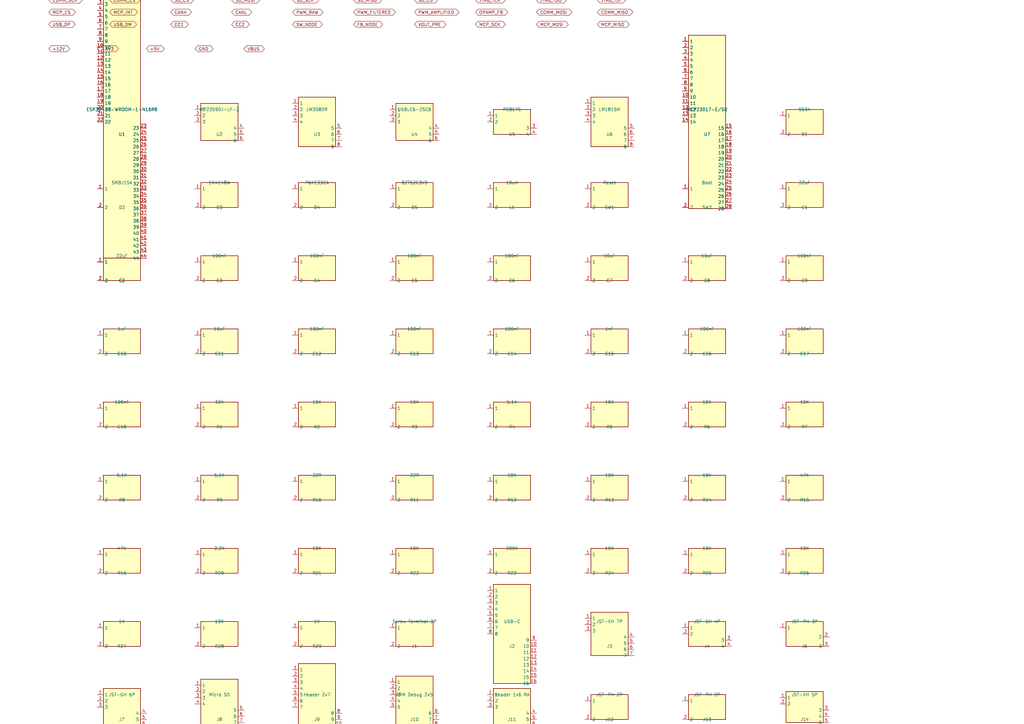
<source format=kicad_sch>
(kicad_sch (version 20231120) (generator "custom_generator")
  (paper "A3")
  (lib_symbols
    (symbol "ESP32-S3-WROOM-1-N16R8_U1"
      (property "Reference" "U" (at 0 58.42 0))
      (property "Value" "ESP32-S3-WROOM-1-N16R8" (at 0 -58.42 0))
      (symbol "ESP32-S3-WROOM-1-N16R8_U1_1_1"
        (pin passive line (at -10.16 53.34 0) (length 2.54) (name "1") (number "1"))
        (pin passive line (at -10.16 50.80 0) (length 2.54) (name "2") (number "2"))
        (pin passive line (at -10.16 48.26 0) (length 2.54) (name "3") (number "3"))
        (pin passive line (at -10.16 45.72 0) (length 2.54) (name "4") (number "4"))
        (pin passive line (at -10.16 43.18 0) (length 2.54) (name "5") (number "5"))
        (pin passive line (at -10.16 40.64 0) (length 2.54) (name "6") (number "6"))
        (pin passive line (at -10.16 38.10 0) (length 2.54) (name "7") (number "7"))
        (pin passive line (at -10.16 35.56 0) (length 2.54) (name "8") (number "8"))
        (pin passive line (at -10.16 33.02 0) (length 2.54) (name "9") (number "9"))
        (pin passive line (at -10.16 30.48 0) (length 2.54) (name "10") (number "10"))
        (pin passive line (at -10.16 27.94 0) (length 2.54) (name "11") (number "11"))
        (pin passive line (at -10.16 25.40 0) (length 2.54) (name "12") (number "12"))
        (pin passive line (at -10.16 22.86 0) (length 2.54) (name "13") (number "13"))
        (pin passive line (at -10.16 20.32 0) (length 2.54) (name "14") (number "14"))
        (pin passive line (at -10.16 17.78 0) (length 2.54) (name "15") (number "15"))
        (pin passive line (at -10.16 15.24 0) (length 2.54) (name "16") (number "16"))
        (pin passive line (at -10.16 12.70 0) (length 2.54) (name "17") (number "17"))
        (pin passive line (at -10.16 10.16 0) (length 2.54) (name "18") (number "18"))
        (pin passive line (at -10.16 7.62 0) (length 2.54) (name "19") (number "19"))
        (pin passive line (at -10.16 5.08 0) (length 2.54) (name "20") (number "20"))
        (pin passive line (at -10.16 2.54 0) (length 2.54) (name "21") (number "21"))
        (pin passive line (at -10.16 0.00 0) (length 2.54) (name "22") (number "22"))
        (pin passive line (at 10.16 -2.54 180) (length 2.54) (name "23") (number "23"))
        (pin passive line (at 10.16 -5.08 180) (length 2.54) (name "24") (number "24"))
        (pin passive line (at 10.16 -7.62 180) (length 2.54) (name "25") (number "25"))
        (pin passive line (at 10.16 -10.16 180) (length 2.54) (name "26") (number "26"))
        (pin passive line (at 10.16 -12.70 180) (length 2.54) (name "27") (number "27"))
        (pin passive line (at 10.16 -15.24 180) (length 2.54) (name "28") (number "28"))
        (pin passive line (at 10.16 -17.78 180) (length 2.54) (name "29") (number "29"))
        (pin passive line (at 10.16 -20.32 180) (length 2.54) (name "30") (number "30"))
        (pin passive line (at 10.16 -22.86 180) (length 2.54) (name "31") (number "31"))
        (pin passive line (at 10.16 -25.40 180) (length 2.54) (name "32") (number "32"))
        (pin passive line (at 10.16 -27.94 180) (length 2.54) (name "33") (number "33"))
        (pin passive line (at 10.16 -30.48 180) (length 2.54) (name "34") (number "34"))
        (pin passive line (at 10.16 -33.02 180) (length 2.54) (name "35") (number "35"))
        (pin passive line (at 10.16 -35.56 180) (length 2.54) (name "36") (number "36"))
        (pin passive line (at 10.16 -38.10 180) (length 2.54) (name "37") (number "37"))
        (pin passive line (at 10.16 -40.64 180) (length 2.54) (name "38") (number "38"))
        (pin passive line (at 10.16 -43.18 180) (length 2.54) (name "39") (number "39"))
        (pin passive line (at 10.16 -45.72 180) (length 2.54) (name "40") (number "40"))
        (pin passive line (at 10.16 -48.26 180) (length 2.54) (name "41") (number "41"))
        (pin passive line (at 10.16 -50.80 180) (length 2.54) (name "42") (number "42"))
        (pin passive line (at 10.16 -53.34 180) (length 2.54) (name "43") (number "43"))
        (pin passive line (at 10.16 -55.88 180) (length 2.54) (name "44") (number "44"))
      )
    )
    (symbol "MP2359DJ-LF-Z_U2"
      (property "Reference" "U" (at 0 10.16 0))
      (property "Value" "MP2359DJ-LF-Z" (at 0 -10.16 0))
      (symbol "MP2359DJ-LF-Z_U2_1_1"
        (pin passive line (at -10.16 5.08 0) (length 2.54) (name "1") (number "1"))
        (pin passive line (at -10.16 2.54 0) (length 2.54) (name "2") (number "2"))
        (pin passive line (at -10.16 0.00 0) (length 2.54) (name "3") (number "3"))
        (pin passive line (at 10.16 -2.54 180) (length 2.54) (name "4") (number "4"))
        (pin passive line (at 10.16 -5.08 180) (length 2.54) (name "5") (number "5"))
        (pin passive line (at 10.16 -7.62 180) (length 2.54) (name "6") (number "6"))
      )
    )
    (symbol "LM358DR_U3"
      (property "Reference" "U" (at 0 12.7 0))
      (property "Value" "LM358DR" (at 0 -12.7 0))
      (symbol "LM358DR_U3_1_1"
        (pin passive line (at -10.16 7.62 0) (length 2.54) (name "1") (number "1"))
        (pin passive line (at -10.16 5.08 0) (length 2.54) (name "2") (number "2"))
        (pin passive line (at -10.16 2.54 0) (length 2.54) (name "3") (number "3"))
        (pin passive line (at -10.16 0.00 0) (length 2.54) (name "4") (number "4"))
        (pin passive line (at 10.16 -2.54 180) (length 2.54) (name "5") (number "5"))
        (pin passive line (at 10.16 -5.08 180) (length 2.54) (name "6") (number "6"))
        (pin passive line (at 10.16 -7.62 180) (length 2.54) (name "7") (number "7"))
        (pin passive line (at 10.16 -10.16 180) (length 2.54) (name "8") (number "8"))
      )
    )
    (symbol "USBLC6-2SC6_U4"
      (property "Reference" "U" (at 0 10.16 0))
      (property "Value" "USBLC6-2SC6" (at 0 -10.16 0))
      (symbol "USBLC6-2SC6_U4_1_1"
        (pin passive line (at -10.16 5.08 0) (length 2.54) (name "1") (number "1"))
        (pin passive line (at -10.16 2.54 0) (length 2.54) (name "2") (number "2"))
        (pin passive line (at -10.16 0.00 0) (length 2.54) (name "3") (number "3"))
        (pin passive line (at 10.16 -2.54 180) (length 2.54) (name "4") (number "4"))
        (pin passive line (at 10.16 -5.08 180) (length 2.54) (name "5") (number "5"))
        (pin passive line (at 10.16 -7.62 180) (length 2.54) (name "6") (number "6"))
      )
    )
    (symbol "PC817C_U5"
      (property "Reference" "U" (at 0 7.62 0))
      (property "Value" "PC817C" (at 0 -7.62 0))
      (symbol "PC817C_U5_1_1"
        (pin passive line (at -10.16 2.54 0) (length 2.54) (name "1") (number "1"))
        (pin passive line (at -10.16 0.00 0) (length 2.54) (name "2") (number "2"))
        (pin passive line (at 10.16 -2.54 180) (length 2.54) (name "3") (number "3"))
        (pin passive line (at 10.16 -5.08 180) (length 2.54) (name "4") (number "4"))
      )
    )
    (symbol "LM1815M_U6"
      (property "Reference" "U" (at 0 12.7 0))
      (property "Value" "LM1815M" (at 0 -12.7 0))
      (symbol "LM1815M_U6_1_1"
        (pin passive line (at -10.16 7.62 0) (length 2.54) (name "1") (number "1"))
        (pin passive line (at -10.16 5.08 0) (length 2.54) (name "2") (number "2"))
        (pin passive line (at -10.16 2.54 0) (length 2.54) (name "3") (number "3"))
        (pin passive line (at -10.16 0.00 0) (length 2.54) (name "4") (number "4"))
        (pin passive line (at 10.16 -2.54 180) (length 2.54) (name "5") (number "5"))
        (pin passive line (at 10.16 -5.08 180) (length 2.54) (name "6") (number "6"))
        (pin passive line (at 10.16 -7.62 180) (length 2.54) (name "7") (number "7"))
        (pin passive line (at 10.16 -10.16 180) (length 2.54) (name "8") (number "8"))
      )
    )
    (symbol "MCP23017-E_SO_U7"
      (property "Reference" "U" (at 0 38.1 0))
      (property "Value" "MCP23017-E/SO" (at 0 -38.1 0))
      (symbol "MCP23017-E_SO_U7_1_1"
        (pin passive line (at -10.16 33.02 0) (length 2.54) (name "1") (number "1"))
        (pin passive line (at -10.16 30.48 0) (length 2.54) (name "2") (number "2"))
        (pin passive line (at -10.16 27.94 0) (length 2.54) (name "3") (number "3"))
        (pin passive line (at -10.16 25.40 0) (length 2.54) (name "4") (number "4"))
        (pin passive line (at -10.16 22.86 0) (length 2.54) (name "5") (number "5"))
        (pin passive line (at -10.16 20.32 0) (length 2.54) (name "6") (number "6"))
        (pin passive line (at -10.16 17.78 0) (length 2.54) (name "7") (number "7"))
        (pin passive line (at -10.16 15.24 0) (length 2.54) (name "8") (number "8"))
        (pin passive line (at -10.16 12.70 0) (length 2.54) (name "9") (number "9"))
        (pin passive line (at -10.16 10.16 0) (length 2.54) (name "10") (number "10"))
        (pin passive line (at -10.16 7.62 0) (length 2.54) (name "11") (number "11"))
        (pin passive line (at -10.16 5.08 0) (length 2.54) (name "12") (number "12"))
        (pin passive line (at -10.16 2.54 0) (length 2.54) (name "13") (number "13"))
        (pin passive line (at -10.16 0.00 0) (length 2.54) (name "14") (number "14"))
        (pin passive line (at 10.16 -2.54 180) (length 2.54) (name "15") (number "15"))
        (pin passive line (at 10.16 -5.08 180) (length 2.54) (name "16") (number "16"))
        (pin passive line (at 10.16 -7.62 180) (length 2.54) (name "17") (number "17"))
        (pin passive line (at 10.16 -10.16 180) (length 2.54) (name "18") (number "18"))
        (pin passive line (at 10.16 -12.70 180) (length 2.54) (name "19") (number "19"))
        (pin passive line (at 10.16 -15.24 180) (length 2.54) (name "20") (number "20"))
        (pin passive line (at 10.16 -17.78 180) (length 2.54) (name "21") (number "21"))
        (pin passive line (at 10.16 -20.32 180) (length 2.54) (name "22") (number "22"))
        (pin passive line (at 10.16 -22.86 180) (length 2.54) (name "23") (number "23"))
        (pin passive line (at 10.16 -25.40 180) (length 2.54) (name "24") (number "24"))
        (pin passive line (at 10.16 -27.94 180) (length 2.54) (name "25") (number "25"))
        (pin passive line (at 10.16 -30.48 180) (length 2.54) (name "26") (number "26"))
        (pin passive line (at 10.16 -33.02 180) (length 2.54) (name "27") (number "27"))
        (pin passive line (at 10.16 -35.56 180) (length 2.54) (name "28") (number "28"))
      )
    )
    (symbol "SS34_D1"
      (property "Reference" "D" (at 0 7.62 0))
      (property "Value" "SS34" (at 0 -7.62 0))
      (symbol "SS34_D1_1_1"
        (pin passive line (at -10.16 2.54 0) (length 2.54) (name "1") (number "1"))
        (pin passive line (at -10.16 -5.08 0) (length 2.54) (name "2") (number "2"))
      )
    )
    (symbol "SMBJ15A_D2"
      (property "Reference" "D" (at 0 7.62 0))
      (property "Value" "SMBJ15A" (at 0 -7.62 0))
      (symbol "SMBJ15A_D2_1_1"
        (pin passive line (at -10.16 2.54 0) (length 2.54) (name "1") (number "1"))
        (pin passive line (at -10.16 -5.08 0) (length 2.54) (name "2") (number "2"))
      )
    )
    (symbol "1N4148W_D3"
      (property "Reference" "D" (at 0 7.62 0))
      (property "Value" "1N4148W" (at 0 -7.62 0))
      (symbol "1N4148W_D3_1_1"
        (pin passive line (at -10.16 2.54 0) (length 2.54) (name "1") (number "1"))
        (pin passive line (at -10.16 -5.08 0) (length 2.54) (name "2") (number "2"))
      )
    )
    (symbol "P6KE33CA_D4"
      (property "Reference" "D" (at 0 7.62 0))
      (property "Value" "P6KE33CA" (at 0 -7.62 0))
      (symbol "P6KE33CA_D4_1_1"
        (pin passive line (at -10.16 2.54 0) (length 2.54) (name "1") (number "1"))
        (pin passive line (at -10.16 -5.08 0) (length 2.54) (name "2") (number "2"))
      )
    )
    (symbol "BZT52C3V3_D5"
      (property "Reference" "D" (at 0 7.62 0))
      (property "Value" "BZT52C3V3" (at 0 -7.62 0))
      (symbol "BZT52C3V3_D5_1_1"
        (pin passive line (at -10.16 2.54 0) (length 2.54) (name "1") (number "1"))
        (pin passive line (at -10.16 -5.08 0) (length 2.54) (name "2") (number "2"))
      )
    )
    (symbol "10uH_L1"
      (property "Reference" "L" (at 0 7.62 0))
      (property "Value" "10uH" (at 0 -7.62 0))
      (symbol "10uH_L1_1_1"
        (pin passive line (at -10.16 2.54 0) (length 2.54) (name "1") (number "1"))
        (pin passive line (at -10.16 -5.08 0) (length 2.54) (name "2") (number "2"))
      )
    )
    (symbol "Reset_SW1"
      (property "Reference" "SW" (at 0 7.62 0))
      (property "Value" "Reset" (at 0 -7.62 0))
      (symbol "Reset_SW1_1_1"
        (pin passive line (at -10.16 2.54 0) (length 2.54) (name "1") (number "1"))
        (pin passive line (at -10.16 -5.08 0) (length 2.54) (name "2") (number "2"))
      )
    )
    (symbol "Boot_SW2"
      (property "Reference" "SW" (at 0 7.62 0))
      (property "Value" "Boot" (at 0 -7.62 0))
      (symbol "Boot_SW2_1_1"
        (pin passive line (at -10.16 2.54 0) (length 2.54) (name "1") (number "1"))
        (pin passive line (at -10.16 -5.08 0) (length 2.54) (name "2") (number "2"))
      )
    )
    (symbol "22uF_C1"
      (property "Reference" "C" (at 0 7.62 0))
      (property "Value" "22uF" (at 0 -7.62 0))
      (symbol "22uF_C1_1_1"
        (pin passive line (at -10.16 2.54 0) (length 2.54) (name "1") (number "1"))
        (pin passive line (at -10.16 -5.08 0) (length 2.54) (name "2") (number "2"))
      )
    )
    (symbol "22uF_C2"
      (property "Reference" "C" (at 0 7.62 0))
      (property "Value" "22uF" (at 0 -7.62 0))
      (symbol "22uF_C2_1_1"
        (pin passive line (at -10.16 2.54 0) (length 2.54) (name "1") (number "1"))
        (pin passive line (at -10.16 -5.08 0) (length 2.54) (name "2") (number "2"))
      )
    )
    (symbol "100nF_C3"
      (property "Reference" "C" (at 0 7.62 0))
      (property "Value" "100nF" (at 0 -7.62 0))
      (symbol "100nF_C3_1_1"
        (pin passive line (at -10.16 2.54 0) (length 2.54) (name "1") (number "1"))
        (pin passive line (at -10.16 -5.08 0) (length 2.54) (name "2") (number "2"))
      )
    )
    (symbol "100nF_C4"
      (property "Reference" "C" (at 0 7.62 0))
      (property "Value" "100nF" (at 0 -7.62 0))
      (symbol "100nF_C4_1_1"
        (pin passive line (at -10.16 2.54 0) (length 2.54) (name "1") (number "1"))
        (pin passive line (at -10.16 -5.08 0) (length 2.54) (name "2") (number "2"))
      )
    )
    (symbol "100nF_C5"
      (property "Reference" "C" (at 0 7.62 0))
      (property "Value" "100nF" (at 0 -7.62 0))
      (symbol "100nF_C5_1_1"
        (pin passive line (at -10.16 2.54 0) (length 2.54) (name "1") (number "1"))
        (pin passive line (at -10.16 -5.08 0) (length 2.54) (name "2") (number "2"))
      )
    )
    (symbol "100nF_C6"
      (property "Reference" "C" (at 0 7.62 0))
      (property "Value" "100nF" (at 0 -7.62 0))
      (symbol "100nF_C6_1_1"
        (pin passive line (at -10.16 2.54 0) (length 2.54) (name "1") (number "1"))
        (pin passive line (at -10.16 -5.08 0) (length 2.54) (name "2") (number "2"))
      )
    )
    (symbol "10uF_C7"
      (property "Reference" "C" (at 0 7.62 0))
      (property "Value" "10uF" (at 0 -7.62 0))
      (symbol "10uF_C7_1_1"
        (pin passive line (at -10.16 2.54 0) (length 2.54) (name "1") (number "1"))
        (pin passive line (at -10.16 -5.08 0) (length 2.54) (name "2") (number "2"))
      )
    )
    (symbol "10uF_C8"
      (property "Reference" "C" (at 0 7.62 0))
      (property "Value" "10uF" (at 0 -7.62 0))
      (symbol "10uF_C8_1_1"
        (pin passive line (at -10.16 2.54 0) (length 2.54) (name "1") (number "1"))
        (pin passive line (at -10.16 -5.08 0) (length 2.54) (name "2") (number "2"))
      )
    )
    (symbol "100nF_C9"
      (property "Reference" "C" (at 0 7.62 0))
      (property "Value" "100nF" (at 0 -7.62 0))
      (symbol "100nF_C9_1_1"
        (pin passive line (at -10.16 2.54 0) (length 2.54) (name "1") (number "1"))
        (pin passive line (at -10.16 -5.08 0) (length 2.54) (name "2") (number "2"))
      )
    )
    (symbol "1uF_C10"
      (property "Reference" "C" (at 0 7.62 0))
      (property "Value" "1uF" (at 0 -7.62 0))
      (symbol "1uF_C10_1_1"
        (pin passive line (at -10.16 2.54 0) (length 2.54) (name "1") (number "1"))
        (pin passive line (at -10.16 -5.08 0) (length 2.54) (name "2") (number "2"))
      )
    )
    (symbol "10uF_C11"
      (property "Reference" "C" (at 0 7.62 0))
      (property "Value" "10uF" (at 0 -7.62 0))
      (symbol "10uF_C11_1_1"
        (pin passive line (at -10.16 2.54 0) (length 2.54) (name "1") (number "1"))
        (pin passive line (at -10.16 -5.08 0) (length 2.54) (name "2") (number "2"))
      )
    )
    (symbol "100nF_C12"
      (property "Reference" "C" (at 0 7.62 0))
      (property "Value" "100nF" (at 0 -7.62 0))
      (symbol "100nF_C12_1_1"
        (pin passive line (at -10.16 2.54 0) (length 2.54) (name "1") (number "1"))
        (pin passive line (at -10.16 -5.08 0) (length 2.54) (name "2") (number "2"))
      )
    )
    (symbol "100nF_C13"
      (property "Reference" "C" (at 0 7.62 0))
      (property "Value" "100nF" (at 0 -7.62 0))
      (symbol "100nF_C13_1_1"
        (pin passive line (at -10.16 2.54 0) (length 2.54) (name "1") (number "1"))
        (pin passive line (at -10.16 -5.08 0) (length 2.54) (name "2") (number "2"))
      )
    )
    (symbol "100nF_C14"
      (property "Reference" "C" (at 0 7.62 0))
      (property "Value" "100nF" (at 0 -7.62 0))
      (symbol "100nF_C14_1_1"
        (pin passive line (at -10.16 2.54 0) (length 2.54) (name "1") (number "1"))
        (pin passive line (at -10.16 -5.08 0) (length 2.54) (name "2") (number "2"))
      )
    )
    (symbol "1nF_C15"
      (property "Reference" "C" (at 0 7.62 0))
      (property "Value" "1nF" (at 0 -7.62 0))
      (symbol "1nF_C15_1_1"
        (pin passive line (at -10.16 2.54 0) (length 2.54) (name "1") (number "1"))
        (pin passive line (at -10.16 -5.08 0) (length 2.54) (name "2") (number "2"))
      )
    )
    (symbol "100nF_C16"
      (property "Reference" "C" (at 0 7.62 0))
      (property "Value" "100nF" (at 0 -7.62 0))
      (symbol "100nF_C16_1_1"
        (pin passive line (at -10.16 2.54 0) (length 2.54) (name "1") (number "1"))
        (pin passive line (at -10.16 -5.08 0) (length 2.54) (name "2") (number "2"))
      )
    )
    (symbol "100nF_C17"
      (property "Reference" "C" (at 0 7.62 0))
      (property "Value" "100nF" (at 0 -7.62 0))
      (symbol "100nF_C17_1_1"
        (pin passive line (at -10.16 2.54 0) (length 2.54) (name "1") (number "1"))
        (pin passive line (at -10.16 -5.08 0) (length 2.54) (name "2") (number "2"))
      )
    )
    (symbol "100nF_C18"
      (property "Reference" "C" (at 0 7.62 0))
      (property "Value" "100nF" (at 0 -7.62 0))
      (symbol "100nF_C18_1_1"
        (pin passive line (at -10.16 2.54 0) (length 2.54) (name "1") (number "1"))
        (pin passive line (at -10.16 -5.08 0) (length 2.54) (name "2") (number "2"))
      )
    )
    (symbol "33K_R1"
      (property "Reference" "R" (at 0 7.62 0))
      (property "Value" "33K" (at 0 -7.62 0))
      (symbol "33K_R1_1_1"
        (pin passive line (at -10.16 2.54 0) (length 2.54) (name "1") (number "1"))
        (pin passive line (at -10.16 -5.08 0) (length 2.54) (name "2") (number "2"))
      )
    )
    (symbol "10K_R2"
      (property "Reference" "R" (at 0 7.62 0))
      (property "Value" "10K" (at 0 -7.62 0))
      (symbol "10K_R2_1_1"
        (pin passive line (at -10.16 2.54 0) (length 2.54) (name "1") (number "1"))
        (pin passive line (at -10.16 -5.08 0) (length 2.54) (name "2") (number "2"))
      )
    )
    (symbol "10K_R3"
      (property "Reference" "R" (at 0 7.62 0))
      (property "Value" "10K" (at 0 -7.62 0))
      (symbol "10K_R3_1_1"
        (pin passive line (at -10.16 2.54 0) (length 2.54) (name "1") (number "1"))
        (pin passive line (at -10.16 -5.08 0) (length 2.54) (name "2") (number "2"))
      )
    )
    (symbol "5.1K_R4"
      (property "Reference" "R" (at 0 7.62 0))
      (property "Value" "5.1K" (at 0 -7.62 0))
      (symbol "5.1K_R4_1_1"
        (pin passive line (at -10.16 2.54 0) (length 2.54) (name "1") (number "1"))
        (pin passive line (at -10.16 -5.08 0) (length 2.54) (name "2") (number "2"))
      )
    )
    (symbol "10K_R5"
      (property "Reference" "R" (at 0 7.62 0))
      (property "Value" "10K" (at 0 -7.62 0))
      (symbol "10K_R5_1_1"
        (pin passive line (at -10.16 2.54 0) (length 2.54) (name "1") (number "1"))
        (pin passive line (at -10.16 -5.08 0) (length 2.54) (name "2") (number "2"))
      )
    )
    (symbol "10K_R6"
      (property "Reference" "R" (at 0 7.62 0))
      (property "Value" "10K" (at 0 -7.62 0))
      (symbol "10K_R6_1_1"
        (pin passive line (at -10.16 2.54 0) (length 2.54) (name "1") (number "1"))
        (pin passive line (at -10.16 -5.08 0) (length 2.54) (name "2") (number "2"))
      )
    )
    (symbol "10K_R7"
      (property "Reference" "R" (at 0 7.62 0))
      (property "Value" "10K" (at 0 -7.62 0))
      (symbol "10K_R7_1_1"
        (pin passive line (at -10.16 2.54 0) (length 2.54) (name "1") (number "1"))
        (pin passive line (at -10.16 -5.08 0) (length 2.54) (name "2") (number "2"))
      )
    )
    (symbol "5.1K_R8"
      (property "Reference" "R" (at 0 7.62 0))
      (property "Value" "5.1K" (at 0 -7.62 0))
      (symbol "5.1K_R8_1_1"
        (pin passive line (at -10.16 2.54 0) (length 2.54) (name "1") (number "1"))
        (pin passive line (at -10.16 -5.08 0) (length 2.54) (name "2") (number "2"))
      )
    )
    (symbol "5.1K_R9"
      (property "Reference" "R" (at 0 7.62 0))
      (property "Value" "5.1K" (at 0 -7.62 0))
      (symbol "5.1K_R9_1_1"
        (pin passive line (at -10.16 2.54 0) (length 2.54) (name "1") (number "1"))
        (pin passive line (at -10.16 -5.08 0) (length 2.54) (name "2") (number "2"))
      )
    )
    (symbol "22R_R10"
      (property "Reference" "R" (at 0 7.62 0))
      (property "Value" "22R" (at 0 -7.62 0))
      (symbol "22R_R10_1_1"
        (pin passive line (at -10.16 2.54 0) (length 2.54) (name "1") (number "1"))
        (pin passive line (at -10.16 -5.08 0) (length 2.54) (name "2") (number "2"))
      )
    )
    (symbol "22R_R11"
      (property "Reference" "R" (at 0 7.62 0))
      (property "Value" "22R" (at 0 -7.62 0))
      (symbol "22R_R11_1_1"
        (pin passive line (at -10.16 2.54 0) (length 2.54) (name "1") (number "1"))
        (pin passive line (at -10.16 -5.08 0) (length 2.54) (name "2") (number "2"))
      )
    )
    (symbol "10K_R12"
      (property "Reference" "R" (at 0 7.62 0))
      (property "Value" "10K" (at 0 -7.62 0))
      (symbol "10K_R12_1_1"
        (pin passive line (at -10.16 2.54 0) (length 2.54) (name "1") (number "1"))
        (pin passive line (at -10.16 -5.08 0) (length 2.54) (name "2") (number "2"))
      )
    )
    (symbol "10K_R13"
      (property "Reference" "R" (at 0 7.62 0))
      (property "Value" "10K" (at 0 -7.62 0))
      (symbol "10K_R13_1_1"
        (pin passive line (at -10.16 2.54 0) (length 2.54) (name "1") (number "1"))
        (pin passive line (at -10.16 -5.08 0) (length 2.54) (name "2") (number "2"))
      )
    )
    (symbol "10K_R14"
      (property "Reference" "R" (at 0 7.62 0))
      (property "Value" "10K" (at 0 -7.62 0))
      (symbol "10K_R14_1_1"
        (pin passive line (at -10.16 2.54 0) (length 2.54) (name "1") (number "1"))
        (pin passive line (at -10.16 -5.08 0) (length 2.54) (name "2") (number "2"))
      )
    )
    (symbol "47K_R15"
      (property "Reference" "R" (at 0 7.62 0))
      (property "Value" "47K" (at 0 -7.62 0))
      (symbol "47K_R15_1_1"
        (pin passive line (at -10.16 2.54 0) (length 2.54) (name "1") (number "1"))
        (pin passive line (at -10.16 -5.08 0) (length 2.54) (name "2") (number "2"))
      )
    )
    (symbol "47K_R16"
      (property "Reference" "R" (at 0 7.62 0))
      (property "Value" "47K" (at 0 -7.62 0))
      (symbol "47K_R16_1_1"
        (pin passive line (at -10.16 2.54 0) (length 2.54) (name "1") (number "1"))
        (pin passive line (at -10.16 -5.08 0) (length 2.54) (name "2") (number "2"))
      )
    )
    (symbol "2.2K_R20"
      (property "Reference" "R" (at 0 7.62 0))
      (property "Value" "2.2K" (at 0 -7.62 0))
      (symbol "2.2K_R20_1_1"
        (pin passive line (at -10.16 2.54 0) (length 2.54) (name "1") (number "1"))
        (pin passive line (at -10.16 -5.08 0) (length 2.54) (name "2") (number "2"))
      )
    )
    (symbol "10K_R21"
      (property "Reference" "R" (at 0 7.62 0))
      (property "Value" "10K" (at 0 -7.62 0))
      (symbol "10K_R21_1_1"
        (pin passive line (at -10.16 2.54 0) (length 2.54) (name "1") (number "1"))
        (pin passive line (at -10.16 -5.08 0) (length 2.54) (name "2") (number "2"))
      )
    )
    (symbol "10K_R22"
      (property "Reference" "R" (at 0 7.62 0))
      (property "Value" "10K" (at 0 -7.62 0))
      (symbol "10K_R22_1_1"
        (pin passive line (at -10.16 2.54 0) (length 2.54) (name "1") (number "1"))
        (pin passive line (at -10.16 -5.08 0) (length 2.54) (name "2") (number "2"))
      )
    )
    (symbol "200K_R23"
      (property "Reference" "R" (at 0 7.62 0))
      (property "Value" "200K" (at 0 -7.62 0))
      (symbol "200K_R23_1_1"
        (pin passive line (at -10.16 2.54 0) (length 2.54) (name "1") (number "1"))
        (pin passive line (at -10.16 -5.08 0) (length 2.54) (name "2") (number "2"))
      )
    )
    (symbol "10K_R24"
      (property "Reference" "R" (at 0 7.62 0))
      (property "Value" "10K" (at 0 -7.62 0))
      (symbol "10K_R24_1_1"
        (pin passive line (at -10.16 2.54 0) (length 2.54) (name "1") (number "1"))
        (pin passive line (at -10.16 -5.08 0) (length 2.54) (name "2") (number "2"))
      )
    )
    (symbol "10K_R25"
      (property "Reference" "R" (at 0 7.62 0))
      (property "Value" "10K" (at 0 -7.62 0))
      (symbol "10K_R25_1_1"
        (pin passive line (at -10.16 2.54 0) (length 2.54) (name "1") (number "1"))
        (pin passive line (at -10.16 -5.08 0) (length 2.54) (name "2") (number "2"))
      )
    )
    (symbol "10K_R26"
      (property "Reference" "R" (at 0 7.62 0))
      (property "Value" "10K" (at 0 -7.62 0))
      (symbol "10K_R26_1_1"
        (pin passive line (at -10.16 2.54 0) (length 2.54) (name "1") (number "1"))
        (pin passive line (at -10.16 -5.08 0) (length 2.54) (name "2") (number "2"))
      )
    )
    (symbol "1K_R27"
      (property "Reference" "R" (at 0 7.62 0))
      (property "Value" "1K" (at 0 -7.62 0))
      (symbol "1K_R27_1_1"
        (pin passive line (at -10.16 2.54 0) (length 2.54) (name "1") (number "1"))
        (pin passive line (at -10.16 -5.08 0) (length 2.54) (name "2") (number "2"))
      )
    )
    (symbol "10K_R28"
      (property "Reference" "R" (at 0 7.62 0))
      (property "Value" "10K" (at 0 -7.62 0))
      (symbol "10K_R28_1_1"
        (pin passive line (at -10.16 2.54 0) (length 2.54) (name "1") (number "1"))
        (pin passive line (at -10.16 -5.08 0) (length 2.54) (name "2") (number "2"))
      )
    )
    (symbol "1K_R29"
      (property "Reference" "R" (at 0 7.62 0))
      (property "Value" "1K" (at 0 -7.62 0))
      (symbol "1K_R29_1_1"
        (pin passive line (at -10.16 2.54 0) (length 2.54) (name "1") (number "1"))
        (pin passive line (at -10.16 -5.08 0) (length 2.54) (name "2") (number "2"))
      )
    )
    (symbol "Screw_Terminal_2P_J1"
      (property "Reference" "J" (at 0 7.62 0))
      (property "Value" "Screw Terminal 2P" (at 0 -7.62 0))
      (symbol "Screw_Terminal_2P_J1_1_1"
        (pin passive line (at -10.16 2.54 0) (length 2.54) (name "1") (number "1"))
        (pin passive line (at -10.16 -5.08 0) (length 2.54) (name "2") (number "2"))
      )
    )
    (symbol "USB-C_J2"
      (property "Reference" "J" (at 0 22.86 0))
      (property "Value" "USB-C" (at 0 -22.86 0))
      (symbol "USB-C_J2_1_1"
        (pin passive line (at -10.16 17.78 0) (length 2.54) (name "1") (number "1"))
        (pin passive line (at -10.16 15.24 0) (length 2.54) (name "2") (number "2"))
        (pin passive line (at -10.16 12.70 0) (length 2.54) (name "3") (number "3"))
        (pin passive line (at -10.16 10.16 0) (length 2.54) (name "4") (number "4"))
        (pin passive line (at -10.16 7.62 0) (length 2.54) (name "5") (number "5"))
        (pin passive line (at -10.16 5.08 0) (length 2.54) (name "6") (number "6"))
        (pin passive line (at -10.16 2.54 0) (length 2.54) (name "7") (number "7"))
        (pin passive line (at -10.16 0.00 0) (length 2.54) (name "8") (number "8"))
        (pin passive line (at 10.16 -2.54 180) (length 2.54) (name "9") (number "9"))
        (pin passive line (at 10.16 -5.08 180) (length 2.54) (name "10") (number "10"))
        (pin passive line (at 10.16 -7.62 180) (length 2.54) (name "11") (number "11"))
        (pin passive line (at 10.16 -10.16 180) (length 2.54) (name "12") (number "12"))
        (pin passive line (at 10.16 -12.70 180) (length 2.54) (name "13") (number "13"))
        (pin passive line (at 10.16 -15.24 180) (length 2.54) (name "14") (number "14"))
        (pin passive line (at 10.16 -17.78 180) (length 2.54) (name "15") (number "15"))
        (pin passive line (at 10.16 -20.32 180) (length 2.54) (name "16") (number "16"))
      )
    )
    (symbol "JST-XH_7P_J3"
      (property "Reference" "J" (at 0 11.43 0))
      (property "Value" "JST-XH 7P" (at 0 -11.43 0))
      (symbol "JST-XH_7P_J3_1_1"
        (pin passive line (at -10.16 6.35 0) (length 2.54) (name "1") (number "1"))
        (pin passive line (at -10.16 3.81 0) (length 2.54) (name "2") (number "2"))
        (pin passive line (at -10.16 1.27 0) (length 2.54) (name "3") (number "3"))
        (pin passive line (at 10.16 -1.27 180) (length 2.54) (name "4") (number "4"))
        (pin passive line (at 10.16 -3.81 180) (length 2.54) (name "5") (number "5"))
        (pin passive line (at 10.16 -6.35 180) (length 2.54) (name "6") (number "6"))
        (pin passive line (at 10.16 -8.89 180) (length 2.54) (name "7") (number "7"))
      )
    )
    (symbol "JST-GH_4P_J4"
      (property "Reference" "J" (at 0 7.62 0))
      (property "Value" "JST-GH 4P" (at 0 -7.62 0))
      (symbol "JST-GH_4P_J4_1_1"
        (pin passive line (at -10.16 2.54 0) (length 2.54) (name "1") (number "1"))
        (pin passive line (at -10.16 0.00 0) (length 2.54) (name "2") (number "2"))
        (pin passive line (at 10.16 -2.54 180) (length 2.54) (name "3") (number "3"))
        (pin passive line (at 10.16 -5.08 180) (length 2.54) (name "4") (number "4"))
      )
    )
    (symbol "JST-PH_3P_J6"
      (property "Reference" "J" (at 0 7.62 0))
      (property "Value" "JST-PH 3P" (at 0 -7.62 0))
      (symbol "JST-PH_3P_J6_1_1"
        (pin passive line (at -10.16 2.54 0) (length 2.54) (name "1") (number "1"))
        (pin passive line (at 10.16 -1.27 180) (length 2.54) (name "2") (number "2"))
        (pin passive line (at 10.16 -5.08 180) (length 2.54) (name "3") (number "3"))
      )
    )
    (symbol "JST-GH_6P_J7"
      (property "Reference" "J" (at 0 10.16 0))
      (property "Value" "JST-GH 6P" (at 0 -10.16 0))
      (symbol "JST-GH_6P_J7_1_1"
        (pin passive line (at -10.16 5.08 0) (length 2.54) (name "1") (number "1"))
        (pin passive line (at -10.16 2.54 0) (length 2.54) (name "2") (number "2"))
        (pin passive line (at -10.16 0.00 0) (length 2.54) (name "3") (number "3"))
        (pin passive line (at 10.16 -2.54 180) (length 2.54) (name "4") (number "4"))
        (pin passive line (at 10.16 -5.08 180) (length 2.54) (name "5") (number "5"))
        (pin passive line (at 10.16 -7.62 180) (length 2.54) (name "6") (number "6"))
      )
    )
    (symbol "Micro_SD_J8"
      (property "Reference" "J" (at 0 13.969999999999999 0))
      (property "Value" "Micro SD" (at 0 -13.969999999999999 0))
      (symbol "Micro_SD_J8_1_1"
        (pin passive line (at -10.16 8.89 0) (length 2.54) (name "1") (number "1"))
        (pin passive line (at -10.16 6.35 0) (length 2.54) (name "2") (number "2"))
        (pin passive line (at -10.16 3.81 0) (length 2.54) (name "3") (number "3"))
        (pin passive line (at -10.16 1.27 0) (length 2.54) (name "4") (number "4"))
        (pin passive line (at 10.16 -1.27 180) (length 2.54) (name "5") (number "5"))
        (pin passive line (at 10.16 -3.81 180) (length 2.54) (name "6") (number "6"))
        (pin passive line (at 10.16 -6.35 180) (length 2.54) (name "7") (number "7"))
        (pin passive line (at 10.16 -8.89 180) (length 2.54) (name "8") (number "8"))
        (pin passive line (at 10.16 -11.43 180) (length 2.54) (name "9") (number "9"))
      )
    )
    (symbol "Header_2x7_J9"
      (property "Reference" "J" (at 0 20.32 0))
      (property "Value" "Header 2x7" (at 0 -20.32 0))
      (symbol "Header_2x7_J9_1_1"
        (pin passive line (at -10.16 15.24 0) (length 2.54) (name "1") (number "1"))
        (pin passive line (at -10.16 12.70 0) (length 2.54) (name "2") (number "2"))
        (pin passive line (at -10.16 10.16 0) (length 2.54) (name "3") (number "3"))
        (pin passive line (at -10.16 7.62 0) (length 2.54) (name "4") (number "4"))
        (pin passive line (at -10.16 5.08 0) (length 2.54) (name "5") (number "5"))
        (pin passive line (at -10.16 2.54 0) (length 2.54) (name "6") (number "6"))
        (pin passive line (at -10.16 0.00 0) (length 2.54) (name "7") (number "7"))
        (pin passive line (at 10.16 -2.54 180) (length 2.54) (name "8") (number "8"))
        (pin passive line (at 10.16 -5.08 180) (length 2.54) (name "9") (number "9"))
        (pin passive line (at 10.16 -7.62 180) (length 2.54) (name "10") (number "10"))
        (pin passive line (at 10.16 -10.16 180) (length 2.54) (name "11") (number "11"))
        (pin passive line (at 10.16 -12.70 180) (length 2.54) (name "12") (number "12"))
        (pin passive line (at 10.16 -15.24 180) (length 2.54) (name "13") (number "13"))
        (pin passive line (at 10.16 -17.78 180) (length 2.54) (name "14") (number "14"))
      )
    )
    (symbol "ARM_Debug_2x5_J10"
      (property "Reference" "J" (at 0 15.239999999999998 0))
      (property "Value" "ARM Debug 2x5" (at 0 -15.239999999999998 0))
      (symbol "ARM_Debug_2x5_J10_1_1"
        (pin passive line (at -10.16 10.16 0) (length 2.54) (name "1") (number "1"))
        (pin passive line (at -10.16 7.62 0) (length 2.54) (name "2") (number "2"))
        (pin passive line (at -10.16 5.08 0) (length 2.54) (name "3") (number "3"))
        (pin passive line (at -10.16 2.54 0) (length 2.54) (name "4") (number "4"))
        (pin passive line (at -10.16 0.00 0) (length 2.54) (name "5") (number "5"))
        (pin passive line (at 10.16 -2.54 180) (length 2.54) (name "6") (number "6"))
        (pin passive line (at 10.16 -5.08 180) (length 2.54) (name "7") (number "7"))
        (pin passive line (at 10.16 -7.62 180) (length 2.54) (name "8") (number "8"))
        (pin passive line (at 10.16 -10.16 180) (length 2.54) (name "9") (number "9"))
        (pin passive line (at 10.16 -12.70 180) (length 2.54) (name "10") (number "10"))
      )
    )
    (symbol "Header_1x6_RA_J11"
      (property "Reference" "J" (at 0 10.16 0))
      (property "Value" "Header 1x6 RA" (at 0 -10.16 0))
      (symbol "Header_1x6_RA_J11_1_1"
        (pin passive line (at -10.16 5.08 0) (length 2.54) (name "1") (number "1"))
        (pin passive line (at -10.16 2.54 0) (length 2.54) (name "2") (number "2"))
        (pin passive line (at -10.16 0.00 0) (length 2.54) (name "3") (number "3"))
        (pin passive line (at 10.16 -2.54 180) (length 2.54) (name "4") (number "4"))
        (pin passive line (at 10.16 -5.08 180) (length 2.54) (name "5") (number "5"))
        (pin passive line (at 10.16 -7.62 180) (length 2.54) (name "6") (number "6"))
      )
    )
    (symbol "JST-PH_2P_J12"
      (property "Reference" "J" (at 0 7.62 0))
      (property "Value" "JST-PH 2P" (at 0 -7.62 0))
      (symbol "JST-PH_2P_J12_1_1"
        (pin passive line (at -10.16 2.54 0) (length 2.54) (name "1") (number "1"))
        (pin passive line (at -10.16 -5.08 0) (length 2.54) (name "2") (number "2"))
      )
    )
    (symbol "JST-PH_2P_J13"
      (property "Reference" "J" (at 0 7.62 0))
      (property "Value" "JST-PH 2P" (at 0 -7.62 0))
      (symbol "JST-PH_2P_J13_1_1"
        (pin passive line (at -10.16 2.54 0) (length 2.54) (name "1") (number "1"))
        (pin passive line (at -10.16 -5.08 0) (length 2.54) (name "2") (number "2"))
      )
    )
    (symbol "JST-XH_5P_J14"
      (property "Reference" "J" (at 0 8.89 0))
      (property "Value" "JST-XH 5P" (at 0 -8.89 0))
      (symbol "JST-XH_5P_J14_1_1"
        (pin passive line (at -10.16 3.81 0) (length 2.54) (name "1") (number "1"))
        (pin passive line (at -10.16 1.27 0) (length 2.54) (name "2") (number "2"))
        (pin passive line (at 10.16 -1.27 180) (length 2.54) (name "3") (number "3"))
        (pin passive line (at 10.16 -3.81 180) (length 2.54) (name "4") (number "4"))
        (pin passive line (at 10.16 -6.35 180) (length 2.54) (name "5") (number "5"))
      )
    )
    (symbol "JST-XH_5P_J15"
      (property "Reference" "J" (at 0 8.89 0))
      (property "Value" "JST-XH 5P" (at 0 -8.89 0))
      (symbol "JST-XH_5P_J15_1_1"
        (pin passive line (at -10.16 3.81 0) (length 2.54) (name "1") (number "1"))
        (pin passive line (at -10.16 1.27 0) (length 2.54) (name "2") (number "2"))
        (pin passive line (at 10.16 -1.27 180) (length 2.54) (name "3") (number "3"))
        (pin passive line (at 10.16 -3.81 180) (length 2.54) (name "4") (number "4"))
        (pin passive line (at 10.16 -6.35 180) (length 2.54) (name "5") (number "5"))
      )
    )
    (symbol "JST-XH_5P_J16"
      (property "Reference" "J" (at 0 8.89 0))
      (property "Value" "JST-XH 5P" (at 0 -8.89 0))
      (symbol "JST-XH_5P_J16_1_1"
        (pin passive line (at -10.16 3.81 0) (length 2.54) (name "1") (number "1"))
        (pin passive line (at -10.16 1.27 0) (length 2.54) (name "2") (number "2"))
        (pin passive line (at 10.16 -1.27 180) (length 2.54) (name "3") (number "3"))
        (pin passive line (at 10.16 -3.81 180) (length 2.54) (name "4") (number "4"))
        (pin passive line (at 10.16 -6.35 180) (length 2.54) (name "5") (number "5"))
      )
    )
    (symbol "JST-XH_5P_J17"
      (property "Reference" "J" (at 0 8.89 0))
      (property "Value" "JST-XH 5P" (at 0 -8.89 0))
      (symbol "JST-XH_5P_J17_1_1"
        (pin passive line (at -10.16 3.81 0) (length 2.54) (name "1") (number "1"))
        (pin passive line (at -10.16 1.27 0) (length 2.54) (name "2") (number "2"))
        (pin passive line (at 10.16 -1.27 180) (length 2.54) (name "3") (number "3"))
        (pin passive line (at 10.16 -3.81 180) (length 2.54) (name "4") (number "4"))
        (pin passive line (at 10.16 -6.35 180) (length 2.54) (name "5") (number "5"))
      )
    )
    (symbol "JST-XH_5P_J18"
      (property "Reference" "J" (at 0 8.89 0))
      (property "Value" "JST-XH 5P" (at 0 -8.89 0))
      (symbol "JST-XH_5P_J18_1_1"
        (pin passive line (at -10.16 3.81 0) (length 2.54) (name "1") (number "1"))
        (pin passive line (at -10.16 1.27 0) (length 2.54) (name "2") (number "2"))
        (pin passive line (at 10.16 -1.27 180) (length 2.54) (name "3") (number "3"))
        (pin passive line (at 10.16 -3.81 180) (length 2.54) (name "4") (number "4"))
        (pin passive line (at 10.16 -6.35 180) (length 2.54) (name "5") (number "5"))
      )
    )
    (symbol "JST-PH_2P_J19"
      (property "Reference" "J" (at 0 7.62 0))
      (property "Value" "JST-PH 2P" (at 0 -7.62 0))
      (symbol "JST-PH_2P_J19_1_1"
        (pin passive line (at -10.16 2.54 0) (length 2.54) (name "1") (number "1"))
        (pin passive line (at -10.16 -5.08 0) (length 2.54) (name "2") (number "2"))
      )
    )
  )
  (symbol (lib_id "ESP32-S3-WROOM-1-N16R8_U1") (at 50 50 0) (unit 1)
    (property "Reference" "U1" (at 50 55.08 0))
    (property "Value" "ESP32-S3-WROOM-1-N16R8" (at 50 44.92 0))
    (property "LCSC" "C2913202" (effects hide))
  )
  (symbol (lib_id "MP2359DJ-LF-Z_U2") (at 90 50 0) (unit 1)
    (property "Reference" "U2" (at 90 55.08 0))
    (property "Value" "MP2359DJ-LF-Z" (at 90 44.92 0))
    (property "LCSC" "C14259" (effects hide))
  )
  (symbol (lib_id "LM358DR_U3") (at 130 50 0) (unit 1)
    (property "Reference" "U3" (at 130 55.08 0))
    (property "Value" "LM358DR" (at 130 44.92 0))
    (property "LCSC" "C7950" (effects hide))
  )
  (symbol (lib_id "USBLC6-2SC6_U4") (at 170 50 0) (unit 1)
    (property "Reference" "U4" (at 170 55.08 0))
    (property "Value" "USBLC6-2SC6" (at 170 44.92 0))
    (property "LCSC" "C7519" (effects hide))
  )
  (symbol (lib_id "PC817C_U5") (at 210 50 0) (unit 1)
    (property "Reference" "U5" (at 210 55.08 0))
    (property "Value" "PC817C" (at 210 44.92 0))
    (property "LCSC" "C66463" (effects hide))
  )
  (symbol (lib_id "LM1815M_U6") (at 250 50 0) (unit 1)
    (property "Reference" "U6" (at 250 55.08 0))
    (property "Value" "LM1815M" (at 250 44.92 0))
    (property "LCSC" "C129587" (effects hide))
  )
  (symbol (lib_id "MCP23017-E_SO_U7") (at 290 50 0) (unit 1)
    (property "Reference" "U7" (at 290 55.08 0))
    (property "Value" "MCP23017-E/SO" (at 290 44.92 0))
    (property "LCSC" "C47023" (effects hide))
  )
  (symbol (lib_id "SS34_D1") (at 330 50 0) (unit 1)
    (property "Reference" "D1" (at 330 55.08 0))
    (property "Value" "SS34" (at 330 44.92 0))
    (property "LCSC" "C8678" (effects hide))
  )
  (symbol (lib_id "SMBJ15A_D2") (at 50 80 0) (unit 1)
    (property "Reference" "D2" (at 50 85.08 0))
    (property "Value" "SMBJ15A" (at 50 74.92 0))
    (property "LCSC" "C123769" (effects hide))
  )
  (symbol (lib_id "1N4148W_D3") (at 90 80 0) (unit 1)
    (property "Reference" "D3" (at 90 85.08 0))
    (property "Value" "1N4148W" (at 90 74.92 0))
    (property "LCSC" "C81598" (effects hide))
  )
  (symbol (lib_id "P6KE33CA_D4") (at 130 80 0) (unit 1)
    (property "Reference" "D4" (at 130 85.08 0))
    (property "Value" "P6KE33CA" (at 130 74.92 0))
    (property "LCSC" "C108380" (effects hide))
  )
  (symbol (lib_id "BZT52C3V3_D5") (at 170 80 0) (unit 1)
    (property "Reference" "D5" (at 170 85.08 0))
    (property "Value" "BZT52C3V3" (at 170 74.92 0))
    (property "LCSC" "C173386" (effects hide))
  )
  (symbol (lib_id "10uH_L1") (at 210 80 0) (unit 1)
    (property "Reference" "L1" (at 210 85.08 0))
    (property "Value" "10uH" (at 210 74.92 0))
    (property "LCSC" "C167134" (effects hide))
  )
  (symbol (lib_id "Reset_SW1") (at 250 80 0) (unit 1)
    (property "Reference" "SW1" (at 250 85.08 0))
    (property "Value" "Reset" (at 250 74.92 0))
    (property "LCSC" "C318884" (effects hide))
  )
  (symbol (lib_id "Boot_SW2") (at 290 80 0) (unit 1)
    (property "Reference" "SW2" (at 290 85.08 0))
    (property "Value" "Boot" (at 290 74.92 0))
    (property "LCSC" "C318884" (effects hide))
  )
  (symbol (lib_id "22uF_C1") (at 330 80 0) (unit 1)
    (property "Reference" "C1" (at 330 85.08 0))
    (property "Value" "22uF" (at 330 74.92 0))
    (property "LCSC" "C45783" (effects hide))
  )
  (symbol (lib_id "22uF_C2") (at 50 110 0) (unit 1)
    (property "Reference" "C2" (at 50 115.08 0))
    (property "Value" "22uF" (at 50 104.92 0))
    (property "LCSC" "C45783" (effects hide))
  )
  (symbol (lib_id "100nF_C3") (at 90 110 0) (unit 1)
    (property "Reference" "C3" (at 90 115.08 0))
    (property "Value" "100nF" (at 90 104.92 0))
    (property "LCSC" "C1525" (effects hide))
  )
  (symbol (lib_id "100nF_C4") (at 130 110 0) (unit 1)
    (property "Reference" "C4" (at 130 115.08 0))
    (property "Value" "100nF" (at 130 104.92 0))
    (property "LCSC" "C1525" (effects hide))
  )
  (symbol (lib_id "100nF_C5") (at 170 110 0) (unit 1)
    (property "Reference" "C5" (at 170 115.08 0))
    (property "Value" "100nF" (at 170 104.92 0))
    (property "LCSC" "C1525" (effects hide))
  )
  (symbol (lib_id "100nF_C6") (at 210 110 0) (unit 1)
    (property "Reference" "C6" (at 210 115.08 0))
    (property "Value" "100nF" (at 210 104.92 0))
    (property "LCSC" "C1525" (effects hide))
  )
  (symbol (lib_id "10uF_C7") (at 250 110 0) (unit 1)
    (property "Reference" "C7" (at 250 115.08 0))
    (property "Value" "10uF" (at 250 104.92 0))
    (property "LCSC" "C15850" (effects hide))
  )
  (symbol (lib_id "10uF_C8") (at 290 110 0) (unit 1)
    (property "Reference" "C8" (at 290 115.08 0))
    (property "Value" "10uF" (at 290 104.92 0))
    (property "LCSC" "C15850" (effects hide))
  )
  (symbol (lib_id "100nF_C9") (at 330 110 0) (unit 1)
    (property "Reference" "C9" (at 330 115.08 0))
    (property "Value" "100nF" (at 330 104.92 0))
    (property "LCSC" "C1525" (effects hide))
  )
  (symbol (lib_id "1uF_C10") (at 50 140 0) (unit 1)
    (property "Reference" "C10" (at 50 145.08 0))
    (property "Value" "1uF" (at 50 134.92 0))
    (property "LCSC" "C28323" (effects hide))
  )
  (symbol (lib_id "10uF_C11") (at 90 140 0) (unit 1)
    (property "Reference" "C11" (at 90 145.08 0))
    (property "Value" "10uF" (at 90 134.92 0))
    (property "LCSC" "C15850" (effects hide))
  )
  (symbol (lib_id "100nF_C12") (at 130 140 0) (unit 1)
    (property "Reference" "C12" (at 130 145.08 0))
    (property "Value" "100nF" (at 130 134.92 0))
    (property "LCSC" "C1525" (effects hide))
  )
  (symbol (lib_id "100nF_C13") (at 170 140 0) (unit 1)
    (property "Reference" "C13" (at 170 145.08 0))
    (property "Value" "100nF" (at 170 134.92 0))
    (property "LCSC" "C1525" (effects hide))
  )
  (symbol (lib_id "100nF_C14") (at 210 140 0) (unit 1)
    (property "Reference" "C14" (at 210 145.08 0))
    (property "Value" "100nF" (at 210 134.92 0))
    (property "LCSC" "C1525" (effects hide))
  )
  (symbol (lib_id "1nF_C15") (at 250 140 0) (unit 1)
    (property "Reference" "C15" (at 250 145.08 0))
    (property "Value" "1nF" (at 250 134.92 0))
    (property "LCSC" "C1523" (effects hide))
  )
  (symbol (lib_id "100nF_C16") (at 290 140 0) (unit 1)
    (property "Reference" "C16" (at 290 145.08 0))
    (property "Value" "100nF" (at 290 134.92 0))
    (property "LCSC" "C1525" (effects hide))
  )
  (symbol (lib_id "100nF_C17") (at 330 140 0) (unit 1)
    (property "Reference" "C17" (at 330 145.08 0))
    (property "Value" "100nF" (at 330 134.92 0))
    (property "LCSC" "C1525" (effects hide))
  )
  (symbol (lib_id "100nF_C18") (at 50 170 0) (unit 1)
    (property "Reference" "C18" (at 50 175.08 0))
    (property "Value" "100nF" (at 50 164.92 0))
    (property "LCSC" "C1525" (effects hide))
  )
  (symbol (lib_id "33K_R1") (at 90 170 0) (unit 1)
    (property "Reference" "R1" (at 90 175.08 0))
    (property "Value" "33K" (at 90 164.92 0))
    (property "LCSC" "C25744" (effects hide))
  )
  (symbol (lib_id "10K_R2") (at 130 170 0) (unit 1)
    (property "Reference" "R2" (at 130 175.08 0))
    (property "Value" "10K" (at 130 164.92 0))
    (property "LCSC" "C25744" (effects hide))
  )
  (symbol (lib_id "10K_R3") (at 170 170 0) (unit 1)
    (property "Reference" "R3" (at 170 175.08 0))
    (property "Value" "10K" (at 170 164.92 0))
    (property "LCSC" "C25744" (effects hide))
  )
  (symbol (lib_id "5.1K_R4") (at 210 170 0) (unit 1)
    (property "Reference" "R4" (at 210 175.08 0))
    (property "Value" "5.1K" (at 210 164.92 0))
    (property "LCSC" "C25744" (effects hide))
  )
  (symbol (lib_id "10K_R5") (at 250 170 0) (unit 1)
    (property "Reference" "R5" (at 250 175.08 0))
    (property "Value" "10K" (at 250 164.92 0))
    (property "LCSC" "C25744" (effects hide))
  )
  (symbol (lib_id "10K_R6") (at 290 170 0) (unit 1)
    (property "Reference" "R6" (at 290 175.08 0))
    (property "Value" "10K" (at 290 164.92 0))
    (property "LCSC" "C25744" (effects hide))
  )
  (symbol (lib_id "10K_R7") (at 330 170 0) (unit 1)
    (property "Reference" "R7" (at 330 175.08 0))
    (property "Value" "10K" (at 330 164.92 0))
    (property "LCSC" "C25744" (effects hide))
  )
  (symbol (lib_id "5.1K_R8") (at 50 200 0) (unit 1)
    (property "Reference" "R8" (at 50 205.08 0))
    (property "Value" "5.1K" (at 50 194.92 0))
    (property "LCSC" "C25744" (effects hide))
  )
  (symbol (lib_id "5.1K_R9") (at 90 200 0) (unit 1)
    (property "Reference" "R9" (at 90 205.08 0))
    (property "Value" "5.1K" (at 90 194.92 0))
    (property "LCSC" "C25744" (effects hide))
  )
  (symbol (lib_id "22R_R10") (at 130 200 0) (unit 1)
    (property "Reference" "R10" (at 130 205.08 0))
    (property "Value" "22R" (at 130 194.92 0))
    (property "LCSC" "C25744" (effects hide))
  )
  (symbol (lib_id "22R_R11") (at 170 200 0) (unit 1)
    (property "Reference" "R11" (at 170 205.08 0))
    (property "Value" "22R" (at 170 194.92 0))
    (property "LCSC" "C25744" (effects hide))
  )
  (symbol (lib_id "10K_R12") (at 210 200 0) (unit 1)
    (property "Reference" "R12" (at 210 205.08 0))
    (property "Value" "10K" (at 210 194.92 0))
    (property "LCSC" "C25744" (effects hide))
  )
  (symbol (lib_id "10K_R13") (at 250 200 0) (unit 1)
    (property "Reference" "R13" (at 250 205.08 0))
    (property "Value" "10K" (at 250 194.92 0))
    (property "LCSC" "C25744" (effects hide))
  )
  (symbol (lib_id "10K_R14") (at 290 200 0) (unit 1)
    (property "Reference" "R14" (at 290 205.08 0))
    (property "Value" "10K" (at 290 194.92 0))
    (property "LCSC" "C25744" (effects hide))
  )
  (symbol (lib_id "47K_R15") (at 330 200 0) (unit 1)
    (property "Reference" "R15" (at 330 205.08 0))
    (property "Value" "47K" (at 330 194.92 0))
    (property "LCSC" "C25744" (effects hide))
  )
  (symbol (lib_id "47K_R16") (at 50 230 0) (unit 1)
    (property "Reference" "R16" (at 50 235.08 0))
    (property "Value" "47K" (at 50 224.92 0))
    (property "LCSC" "C25744" (effects hide))
  )
  (symbol (lib_id "2.2K_R20") (at 90 230 0) (unit 1)
    (property "Reference" "R20" (at 90 235.08 0))
    (property "Value" "2.2K" (at 90 224.92 0))
    (property "LCSC" "C25744" (effects hide))
  )
  (symbol (lib_id "10K_R21") (at 130 230 0) (unit 1)
    (property "Reference" "R21" (at 130 235.08 0))
    (property "Value" "10K" (at 130 224.92 0))
    (property "LCSC" "C25744" (effects hide))
  )
  (symbol (lib_id "10K_R22") (at 170 230 0) (unit 1)
    (property "Reference" "R22" (at 170 235.08 0))
    (property "Value" "10K" (at 170 224.92 0))
    (property "LCSC" "C25744" (effects hide))
  )
  (symbol (lib_id "200K_R23") (at 210 230 0) (unit 1)
    (property "Reference" "R23" (at 210 235.08 0))
    (property "Value" "200K" (at 210 224.92 0))
    (property "LCSC" "C25744" (effects hide))
  )
  (symbol (lib_id "10K_R24") (at 250 230 0) (unit 1)
    (property "Reference" "R24" (at 250 235.08 0))
    (property "Value" "10K" (at 250 224.92 0))
    (property "LCSC" "C25744" (effects hide))
  )
  (symbol (lib_id "10K_R25") (at 290 230 0) (unit 1)
    (property "Reference" "R25" (at 290 235.08 0))
    (property "Value" "10K" (at 290 224.92 0))
    (property "LCSC" "C25744" (effects hide))
  )
  (symbol (lib_id "10K_R26") (at 330 230 0) (unit 1)
    (property "Reference" "R26" (at 330 235.08 0))
    (property "Value" "10K" (at 330 224.92 0))
    (property "LCSC" "C25744" (effects hide))
  )
  (symbol (lib_id "1K_R27") (at 50 260 0) (unit 1)
    (property "Reference" "R27" (at 50 265.08 0))
    (property "Value" "1K" (at 50 254.92 0))
    (property "LCSC" "C25744" (effects hide))
  )
  (symbol (lib_id "10K_R28") (at 90 260 0) (unit 1)
    (property "Reference" "R28" (at 90 265.08 0))
    (property "Value" "10K" (at 90 254.92 0))
    (property "LCSC" "C25744" (effects hide))
  )
  (symbol (lib_id "1K_R29") (at 130 260 0) (unit 1)
    (property "Reference" "R29" (at 130 265.08 0))
    (property "Value" "1K" (at 130 254.92 0))
    (property "LCSC" "C25744" (effects hide))
  )
  (symbol (lib_id "Screw_Terminal_2P_J1") (at 170 260 0) (unit 1)
    (property "Reference" "J1" (at 170 265.08 0))
    (property "Value" "Screw Terminal 2P" (at 170 254.92 0))
    (property "LCSC" "C8463" (effects hide))
  )
  (symbol (lib_id "USB-C_J2") (at 210 260 0) (unit 1)
    (property "Reference" "J2" (at 210 265.08 0))
    (property "Value" "USB-C" (at 210 254.92 0))
    (property "LCSC" "C2765186" (effects hide))
  )
  (symbol (lib_id "JST-XH_7P_J3") (at 250 260 0) (unit 1)
    (property "Reference" "J3" (at 250 265.08 0))
    (property "Value" "JST-XH 7P" (at 250 254.92 0))
    (property "LCSC" "C161872" (effects hide))
  )
  (symbol (lib_id "JST-GH_4P_J4") (at 290 260 0) (unit 1)
    (property "Reference" "J4" (at 290 265.08 0))
    (property "Value" "JST-GH 4P" (at 290 254.92 0))
    (property "LCSC" "C160404" (effects hide))
  )
  (symbol (lib_id "JST-PH_3P_J6") (at 330 260 0) (unit 1)
    (property "Reference" "J6" (at 330 265.08 0))
    (property "Value" "JST-PH 3P" (at 330 254.92 0))
    (property "LCSC" "C131337" (effects hide))
  )
  (symbol (lib_id "JST-GH_6P_J7") (at 50 290 0) (unit 1)
    (property "Reference" "J7" (at 50 295.08 0))
    (property "Value" "JST-GH 6P" (at 50 284.92 0))
    (property "LCSC" "C160408" (effects hide))
  )
  (symbol (lib_id "Micro_SD_J8") (at 90 290 0) (unit 1)
    (property "Reference" "J8" (at 90 295.08 0))
    (property "Value" "Micro SD" (at 90 284.92 0))
    (property "LCSC" "C111196" (effects hide))
  )
  (symbol (lib_id "Header_2x7_J9") (at 130 290 0) (unit 1)
    (property "Reference" "J9" (at 130 295.08 0))
    (property "Value" "Header 2x7" (at 130 284.92 0))
    (property "LCSC" "C492405" (effects hide))
  )
  (symbol (lib_id "ARM_Debug_2x5_J10") (at 170 290 0) (unit 1)
    (property "Reference" "J10" (at 170 295.08 0))
    (property "Value" "ARM Debug 2x5" (at 170 284.92 0))
    (property "LCSC" "C2889983" (effects hide))
  )
  (symbol (lib_id "Header_1x6_RA_J11") (at 210 290 0) (unit 1)
    (property "Reference" "J11" (at 210 295.08 0))
    (property "Value" "Header 1x6 RA" (at 210 284.92 0))
    (property "LCSC" "C2977595" (effects hide))
  )
  (symbol (lib_id "JST-PH_2P_J12") (at 250 290 0) (unit 1)
    (property "Reference" "J12" (at 250 295.08 0))
    (property "Value" "JST-PH 2P" (at 250 284.92 0))
    (property "LCSC" "C131338" (effects hide))
  )
  (symbol (lib_id "JST-PH_2P_J13") (at 290 290 0) (unit 1)
    (property "Reference" "J13" (at 290 295.08 0))
    (property "Value" "JST-PH 2P" (at 290 284.92 0))
    (property "LCSC" "C131338" (effects hide))
  )
  (symbol (lib_id "JST-XH_5P_J14") (at 330 290 0) (unit 1)
    (property "Reference" "J14" (at 330 295.08 0))
    (property "Value" "JST-XH 5P" (at 330 284.92 0))
    (property "LCSC" "C157991" (effects hide))
  )
  (symbol (lib_id "JST-XH_5P_J15") (at 50 320 0) (unit 1)
    (property "Reference" "J15" (at 50 325.08 0))
    (property "Value" "JST-XH 5P" (at 50 314.92 0))
    (property "LCSC" "C157991" (effects hide))
  )
  (symbol (lib_id "JST-XH_5P_J16") (at 90 320 0) (unit 1)
    (property "Reference" "J16" (at 90 325.08 0))
    (property "Value" "JST-XH 5P" (at 90 314.92 0))
    (property "LCSC" "C157991" (effects hide))
  )
  (symbol (lib_id "JST-XH_5P_J17") (at 130 320 0) (unit 1)
    (property "Reference" "J17" (at 130 325.08 0))
    (property "Value" "JST-XH 5P" (at 130 314.92 0))
    (property "LCSC" "C157991" (effects hide))
  )
  (symbol (lib_id "JST-XH_5P_J18") (at 170 320 0) (unit 1)
    (property "Reference" "J18" (at 170 325.08 0))
    (property "Value" "JST-XH 5P" (at 170 314.92 0))
    (property "LCSC" "C157991" (effects hide))
  )
  (symbol (lib_id "JST-PH_2P_J19") (at 210 320 0) (unit 1)
    (property "Reference" "J19" (at 210 325.08 0))
    (property "Value" "JST-PH 2P" (at 210 314.92 0))
    (property "LCSC" "C131338" (effects hide))
  )
  (global_label "+12V" (shape bidirectional) (at 20 20 0))
  (global_label "+3V3" (shape bidirectional) (at 40 20 0))
  (global_label "+5V" (shape bidirectional) (at 60 20 0))
  (global_label "GND" (shape bidirectional) (at 80 20 0))
  (global_label "VBUS" (shape bidirectional) (at 100 20 0))
  (global_label "USB_DP" (shape bidirectional) (at 20 10 0))
  (global_label "USB_DM" (shape bidirectional) (at 45 10 0))
  (global_label "CC1" (shape bidirectional) (at 70 10 0))
  (global_label "CC2" (shape bidirectional) (at 95 10 0))
  (global_label "SW_NODE" (shape bidirectional) (at 120 10 0))
  (global_label "FB_NODE" (shape bidirectional) (at 145 10 0))
  (global_label "VOUT_PRE" (shape bidirectional) (at 170 10 0))
  (global_label "MCP_SCK" (shape bidirectional) (at 195 10 0))
  (global_label "MCP_MOSI" (shape bidirectional) (at 220 10 0))
  (global_label "MCP_MISO" (shape bidirectional) (at 245 10 0))
  (global_label "MCP_CS" (shape bidirectional) (at 20 5 0))
  (global_label "MCP_INT" (shape bidirectional) (at 45 5 0))
  (global_label "CANH" (shape bidirectional) (at 70 5 0))
  (global_label "CANL" (shape bidirectional) (at 95 5 0))
  (global_label "PWM_RAW" (shape bidirectional) (at 120 5 0))
  (global_label "PWM_FILTERED" (shape bidirectional) (at 145 5 0))
  (global_label "PWM_AMPLIFIED" (shape bidirectional) (at 170 5 0))
  (global_label "OPAMP_FB" (shape bidirectional) (at 195 5 0))
  (global_label "COMM_MOSI" (shape bidirectional) (at 220 5 0))
  (global_label "COMM_MISO" (shape bidirectional) (at 245 5 0))
  (global_label "COMM_SCK" (shape bidirectional) (at 20 0 0))
  (global_label "COMM_CS" (shape bidirectional) (at 45 0 0))
  (global_label "SD_CS" (shape bidirectional) (at 70 0 0))
  (global_label "SD_MOSI" (shape bidirectional) (at 95 0 0))
  (global_label "SD_SCK" (shape bidirectional) (at 120 0 0))
  (global_label "SD_MISO" (shape bidirectional) (at 145 0 0))
  (global_label "SD_CD" (shape bidirectional) (at 170 0 0))
  (global_label "JTAG_TCK" (shape bidirectional) (at 195 0 0))
  (global_label "JTAG_TDO" (shape bidirectional) (at 220 0 0))
  (global_label "JTAG_TDI" (shape bidirectional) (at 245 0 0))
  (global_label "JTAG_TMS" (shape bidirectional) (at 20 -5 0))
  (global_label "UART_TX" (shape bidirectional) (at 45 -5 0))
  (global_label "UART_RX" (shape bidirectional) (at 70 -5 0))
  (global_label "EN" (shape bidirectional) (at 95 -5 0))
  (global_label "IO0" (shape bidirectional) (at 120 -5 0))
  (global_label "RPM_12V_IN" (shape bidirectional) (at 145 -5 0))
  (global_label "RPM_LED_CATHODE" (shape bidirectional) (at 170 -5 0))
  (global_label "RPM_LED_ANODE" (shape bidirectional) (at 195 -5 0))
  (global_label "RPM_COLLECTOR" (shape bidirectional) (at 220 -5 0))
  (global_label "VSS_VR_POS" (shape bidirectional) (at 245 -5 0))
  (global_label "VSS_VR_NEG" (shape bidirectional) (at 20 -10 0))
  (global_label "VSS_RSET" (shape bidirectional) (at 45 -10 0))
  (global_label "VSS_OUTPUT" (shape bidirectional) (at 70 -10 0))
  (global_label "I2C_SDA" (shape bidirectional) (at 95 -10 0))
  (global_label "I2C_SCL" (shape bidirectional) (at 120 -10 0))
  (global_label "MCP23017_INT" (shape bidirectional) (at 145 -10 0))
  (global_label "ENC1_CLK" (shape bidirectional) (at 170 -10 0))
  (global_label "ENC1_DT" (shape bidirectional) (at 195 -10 0))
  (global_label "ENC1_SW" (shape bidirectional) (at 220 -10 0))
  (global_label "ENC2_CLK" (shape bidirectional) (at 245 -10 0))
  (global_label "ENC2_DT" (shape bidirectional) (at 20 -15 0))
  (global_label "ENC2_SW" (shape bidirectional) (at 45 -15 0))
  (global_label "ENC3_CLK" (shape bidirectional) (at 70 -15 0))
  (global_label "ENC3_DT" (shape bidirectional) (at 95 -15 0))
  (global_label "ENC3_SW" (shape bidirectional) (at 120 -15 0))
  (global_label "ENC4_CLK" (shape bidirectional) (at 145 -15 0))
  (global_label "ENC4_DT" (shape bidirectional) (at 170 -15 0))
  (global_label "ENC4_SW" (shape bidirectional) (at 195 -15 0))
  (global_label "ENC5_CLK" (shape bidirectional) (at 220 -15 0))
  (global_label "ENC5_DT" (shape bidirectional) (at 245 -15 0))
  (global_label "ENC5_SW" (shape bidirectional) (at 20 -20 0))
  (global_label "WATER_TEMP_PULLUP" (shape bidirectional) (at 45 -20 0))
  (global_label "WATER_TEMP_SENSE" (shape bidirectional) (at 70 -20 0))
  (global_label "WATER_TEMP_FILTERED" (shape bidirectional) (at 95 -20 0))
  (global_label "WATER_TEMP_IN" (shape bidirectional) (at 120 -20 0))
)
</source>
